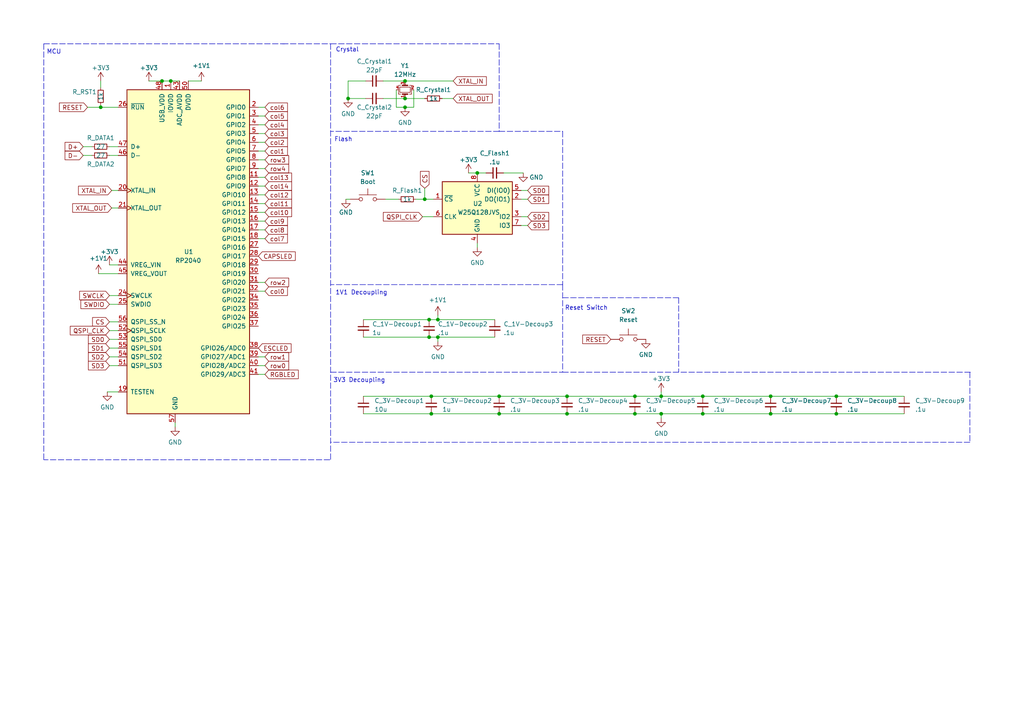
<source format=kicad_sch>
(kicad_sch (version 20211123) (generator eeschema)
  (paper "A4")
  (title_block (title "Plaket60-OG") (date "2022-07-25") (rev "1.0"))
  (lib_symbols
    (symbol "Device:C_Small" (pin_numbers hide) (pin_names (offset 0.254) hide)
      (property "Reference" "C" (at 0.254 1.778 0))
      (property "Value" "C_Small" (at 0.254 -2.032 0))
      (symbol "C_Small_0_1"
        (polyline (pts (xy -1.524 -0.508) (xy 1.524 -0.508)) (stroke (width 0.3302)))
        (polyline (pts (xy -1.524 0.508) (xy 1.524 0.508)) (stroke (width 0.3048)))
      )
      (symbol "C_Small_1_1"
        (pin passive line (at 0 2.54 270) (length 2.032) (name "~") (number "1"))
        (pin passive line (at 0 -2.54 90) (length 2.032) (name "~") (number "2"))
      )
    )
    (symbol "Device:Crystal_GND24_Small" (pin_names (offset 1.016) hide)
      (property "Reference" "Y" (at 1.27 4.445 0))
      (property "Value" "Crystal_GND24_Small" (at 1.27 2.54 0))
      (symbol "Crystal_GND24_Small_0_1"
        (rectangle (start -0.762 -1.524) (end 0.762 1.524))
        (polyline (pts (xy -1.27 -0.762) (xy -1.27 0.762)) (stroke (width 0.381)))
        (polyline (pts (xy 1.27 -0.762) (xy 1.27 0.762)) (stroke (width 0.381)))
        (polyline (pts (xy -1.27 -1.27) (xy -1.27 -1.905) (xy 1.27 -1.905) (xy 1.27 -1.27)))
        (polyline (pts (xy -1.27 1.27) (xy -1.27 1.905) (xy 1.27 1.905) (xy 1.27 1.27)))
      )
      (symbol "Crystal_GND24_Small_1_1"
        (pin passive line (at -2.54 0 0) (length 1.27) (name "1") (number "1"))
        (pin passive line (at 0 -2.54 90) (length 0.635) (name "2") (number "2"))
        (pin passive line (at 2.54 0 180) (length 1.27) (name "3") (number "3"))
        (pin passive line (at 0 2.54 270) (length 0.635) (name "4") (number "4"))
      )
    )
    (symbol "Device:R_Small" (pin_numbers hide) (pin_names (offset 0.254) hide)
      (property "Reference" "R" (at 0.762 0.508 0))
      (property "Value" "R_Small" (at 0.762 -1.016 0))
      (symbol "R_Small_0_1"
        (rectangle (start -0.762 1.778) (end 0.762 -1.778) (stroke (width 0.2032)))
      )
      (symbol "R_Small_1_1"
        (pin passive line (at 0 2.54 270) (length 0.762) (name "~") (number "1"))
        (pin passive line (at 0 -2.54 90) (length 0.762) (name "~") (number "2"))
      )
    )
    (symbol "Memory_Flash:W25Q128JVS"
      (property "Reference" "U" (at -8.89 8.89 0))
      (property "Value" "W25Q128JVS" (at 7.62 8.89 0))
      (symbol "W25Q128JVS_0_1"
        (rectangle (start -10.16 7.62) (end 10.16 -7.62) (stroke (width 0.254)) (fill (type background)))
      )
      (symbol "W25Q128JVS_1_1"
        (pin input line (at -12.7 2.54 0) (length 2.54) (name "~{CS}") (number "1"))
        (pin bidirectional line (at 12.7 2.54 180) (length 2.54) (name "DO(IO1)") (number "2"))
        (pin bidirectional line (at 12.7 -2.54 180) (length 2.54) (name "IO2") (number "3"))
        (pin power_in line (at 0 -10.16 90) (length 2.54) (name "GND") (number "4"))
        (pin bidirectional line (at 12.7 5.08 180) (length 2.54) (name "DI(IO0)") (number "5"))
        (pin input line (at -12.7 -2.54 0) (length 2.54) (name "CLK") (number "6"))
        (pin bidirectional line (at 12.7 -5.08 180) (length 2.54) (name "IO3") (number "7"))
        (pin power_in line (at 0 10.16 270) (length 2.54) (name "VCC") (number "8"))
      )
    )
    (symbol "Switch:SW_Push" (pin_numbers hide) (pin_names (offset 1.016) hide)
      (property "Reference" "SW" (at 1.27 2.54 0))
      (property "Value" "SW_Push" (at 0 -1.524 0))
      (symbol "SW_Push_0_1"
        (circle (center -2.032 0) (radius 0.508))
        (polyline (pts (xy 0 1.27) (xy 0 3.048)))
        (polyline (pts (xy 2.54 1.27) (xy -2.54 1.27)))
        (circle (center 2.032 0) (radius 0.508))
        (pin passive line (at -5.08 0 0) (length 2.54) (name "1") (number "1"))
        (pin passive line (at 5.08 0 180) (length 2.54) (name "2") (number "2"))
      )
    )
    (symbol "cipulot_parts:RP2040" (pin_names (offset 1.016))
      (property "Reference" "U" (at 8.89 51.435 0))
      (property "Value" "RP2040" (at 8.89 48.895 0))
      (symbol "RP2040_0_0"
        (rectangle (start -17.78 -45.72) (end 17.78 48.26) (stroke (width 0.254)) (fill (type background)))
      )
      (symbol "RP2040_1_1"
        (pin power_in line (at -5.08 50.8 270) (length 2.54) (name "IOVDD") (number "1"))
        (pin power_in line (at -5.08 50.8 270) (length 2.54) hide (name "IOVDD") (number "10"))
        (pin input line (at 20.32 22.86 180) (length 2.54) (name "GPIO8") (number "11"))
        (pin input line (at 20.32 20.32 180) (length 2.54) (name "GPIO9") (number "12"))
        (pin input line (at 20.32 17.78 180) (length 2.54) (name "GPIO10") (number "13"))
        (pin input line (at 20.32 15.24 180) (length 2.54) (name "GPIO11") (number "14"))
        (pin input line (at 20.32 12.7 180) (length 2.54) (name "GPIO12") (number "15"))
        (pin input line (at 20.32 10.16 180) (length 2.54) (name "GPIO13") (number "16"))
        (pin input line (at 20.32 7.62 180) (length 2.54) (name "GPIO14") (number "17"))
        (pin input line (at 20.32 5.08 180) (length 2.54) (name "GPIO15") (number "18"))
        (pin input line (at -20.32 -39.37 0) (length 2.54) (name "TESTEN") (number "19"))
        (pin input line (at 20.32 43.18 180) (length 2.54) (name "GPIO0") (number "2"))
        (pin input clock (at -20.32 19.05 0) (length 2.54) (name "XTAL_IN") (number "20"))
        (pin input clock (at -20.32 13.97 0) (length 2.54) (name "XTAL_OUT") (number "21"))
        (pin power_in line (at -5.08 50.8 270) (length 2.54) hide (name "IOVDD") (number "22"))
        (pin power_in line (at 0 50.8 270) (length 2.54) hide (name "DVDD") (number "23"))
        (pin input clock (at -20.32 -11.43 0) (length 2.54) (name "SWCLK") (number "24"))
        (pin bidirectional line (at -20.32 -13.97 0) (length 2.54) (name "SWDIO") (number "25"))
        (pin input line (at -20.32 43.18 0) (length 2.54) (name "~{RUN}") (number "26"))
        (pin input line (at 20.32 2.54 180) (length 2.54) (name "GPIO16") (number "27"))
        (pin input line (at 20.32 0 180) (length 2.54) (name "GPIO17") (number "28"))
        (pin input line (at 20.32 -2.54 180) (length 2.54) (name "GPIO18") (number "29"))
        (pin input line (at 20.32 40.64 180) (length 2.54) (name "GPIO1") (number "3"))
        (pin input line (at 20.32 -5.08 180) (length 2.54) (name "GPIO19") (number "30"))
        (pin input line (at 20.32 -7.62 180) (length 2.54) (name "GPIO20") (number "31"))
        (pin input line (at 20.32 -10.16 180) (length 2.54) (name "GPIO21") (number "32"))
        (pin power_in line (at -5.08 50.8 270) (length 2.54) hide (name "IOVDD") (number "33"))
        (pin input line (at 20.32 -12.7 180) (length 2.54) (name "GPIO22") (number "34"))
        (pin input line (at 20.32 -15.24 180) (length 2.54) (name "GPIO23") (number "35"))
        (pin input line (at 20.32 -17.78 180) (length 2.54) (name "GPIO24") (number "36"))
        (pin input line (at 20.32 -20.32 180) (length 2.54) (name "GPIO25") (number "37"))
        (pin input line (at 20.32 -26.67 180) (length 2.54) (name "GPIO26/ADC0") (number "38"))
        (pin input line (at 20.32 -29.21 180) (length 2.54) (name "GPIO27/ADC1") (number "39"))
        (pin input line (at 20.32 38.1 180) (length 2.54) (name "GPIO2") (number "4"))
        (pin input line (at 20.32 -31.75 180) (length 2.54) (name "GPIO28/ADC2") (number "40"))
        (pin input line (at 20.32 -34.29 180) (length 2.54) (name "GPIO29/ADC3") (number "41"))
        (pin power_in line (at -5.08 50.8 270) (length 2.54) hide (name "IOVDD") (number "42"))
        (pin power_in line (at -2.54 50.8 270) (length 2.54) (name "ADC_AVDD") (number "43"))
        (pin power_in line (at -20.32 -2.54 0) (length 2.54) (name "VREG_VIN") (number "44"))
        (pin power_out line (at -20.32 -5.08 0) (length 2.54) (name "VREG_VOUT") (number "45"))
        (pin bidirectional line (at -20.32 29.21 0) (length 2.54) (name "D-") (number "46"))
        (pin bidirectional line (at -20.32 31.75 0) (length 2.54) (name "D+") (number "47"))
        (pin power_in line (at -7.62 50.8 270) (length 2.54) (name "USB_VDD") (number "48"))
        (pin power_in line (at -5.08 50.8 270) (length 2.54) hide (name "IOVDD") (number "49"))
        (pin input line (at 20.32 35.56 180) (length 2.54) (name "GPIO3") (number "5"))
        (pin power_in line (at 0 50.8 270) (length 2.54) (name "DVDD") (number "50"))
        (pin bidirectional line (at -20.32 -31.75 0) (length 2.54) (name "QSPI_SD3") (number "51"))
        (pin input clock (at -20.32 -21.59 0) (length 2.54) (name "QSPI_SCLK") (number "52"))
        (pin bidirectional line (at -20.32 -24.13 0) (length 2.54) (name "QSPI_SD0") (number "53"))
        (pin bidirectional line (at -20.32 -29.21 0) (length 2.54) (name "QSPI_SD2") (number "54"))
        (pin bidirectional line (at -20.32 -26.67 0) (length 2.54) (name "QSPI_SD1") (number "55"))
        (pin bidirectional line (at -20.32 -19.05 0) (length 2.54) (name "QSPI_SS_N") (number "56"))
        (pin power_in line (at -3.81 -48.26 90) (length 2.54) (name "GND") (number "57"))
        (pin input line (at 20.32 33.02 180) (length 2.54) (name "GPIO4") (number "6"))
        (pin input line (at 20.32 30.48 180) (length 2.54) (name "GPIO5") (number "7"))
        (pin input line (at 20.32 27.94 180) (length 2.54) (name "GPIO6") (number "8"))
        (pin input line (at 20.32 25.4 180) (length 2.54) (name "GPIO7") (number "9"))
      )
    )
    (symbol "power:+1V1" (power) (pin_names (offset 0))
      (property "Value" "+1V1" (at 0 3.556 0))
      (symbol "+1V1_0_1"
        (polyline (pts (xy -0.762 1.27) (xy 0 2.54)))
        (polyline (pts (xy 0 0) (xy 0 2.54)))
        (polyline (pts (xy 0 2.54) (xy 0.762 1.27)))
      )
      (symbol "+1V1_1_1"
        (pin power_in line (at 0 0 90) (length 0) hide (name "+1V1") (number "1"))
      )
    )
    (symbol "power:+3V3" (power) (pin_names (offset 0))
      (property "Value" "+3V3" (at 0 3.556 0))
      (symbol "+3V3_0_1"
        (polyline (pts (xy -0.762 1.27) (xy 0 2.54)))
        (polyline (pts (xy 0 0) (xy 0 2.54)))
        (polyline (pts (xy 0 2.54) (xy 0.762 1.27)))
      )
      (symbol "+3V3_1_1"
        (pin power_in line (at 0 0 90) (length 0) hide (name "+3V3") (number "1"))
      )
    )
    (symbol "power:GND" (power) (pin_names (offset 0))
      (property "Value" "GND" (at 0 -3.81 0))
      (symbol "GND_0_1"
        (polyline (pts (xy 0 0) (xy 0 -1.27) (xy 1.27 -1.27) (xy 0 -2.54) (xy -1.27 -1.27) (xy 0 -1.27)))
      )
      (symbol "GND_1_1"
        (pin power_in line (at 0 0 270) (length 0) hide (name "GND") (number "1"))
      )
    )
  )
  (junction (at 223.52 120.015))
  (junction (at 144.78 114.935))
  (junction (at 184.15 114.935))
  (junction (at 138.43 50.165))
  (junction (at 117.475 28.575))
  (junction (at 203.835 114.935))
  (junction (at 49.53 23.495))
  (junction (at 164.465 120.015))
  (junction (at 127 92.71))
  (junction (at 127 97.79))
  (junction (at 117.475 31.115))
  (junction (at 29.21 31.115))
  (junction (at 164.465 114.935))
  (junction (at 191.77 120.015))
  (junction (at 125.095 120.015))
  (junction (at 124.46 97.79))
  (junction (at 125.095 114.935))
  (junction (at 144.78 120.015))
  (junction (at 242.57 114.935))
  (junction (at 191.77 114.935))
  (junction (at 203.835 120.015))
  (junction (at 46.99 23.495))
  (junction (at 124.46 92.71))
  (junction (at 223.52 114.935))
  (junction (at 123.19 57.785))
  (junction (at 100.965 28.575))
  (junction (at 242.57 120.015))
  (junction (at 184.15 120.015))
  (junction (at 117.475 23.495))
  (polyline (pts (xy 163.195 107.95) (xy 281.94 107.95)))
  (wire (pts (xy 31.75 85.725) (xy 34.29 85.725)))
  (wire (pts (xy 111.125 28.575) (xy 117.475 28.575)))
  (wire (pts (xy 125.095 114.935) (xy 144.78 114.935)))
  (wire (pts (xy 122.555 62.865) (xy 125.73 62.865)))
  (wire (pts (xy 31.75 88.265) (xy 34.29 88.265)))
  (wire (pts (xy 127 97.79) (xy 143.51 97.79)))
  (wire (pts (xy 29.21 31.115) (xy 34.29 31.115)))
  (wire (pts (xy 242.57 120.015) (xy 262.255 120.015)))
  (wire (pts (xy 111.125 23.495) (xy 117.475 23.495)))
  (wire (pts (xy 74.93 53.975) (xy 76.835 53.975)))
  (wire (pts (xy 151.13 55.245) (xy 153.035 55.245)))
  (wire (pts (xy 74.93 64.135) (xy 76.835 64.135)))
  (wire (pts (xy 31.75 103.505) (xy 34.29 103.505)))
  (wire (pts (xy 191.77 114.935) (xy 203.835 114.935)))
  (wire (pts (xy 120.015 31.115) (xy 117.475 31.115)))
  (wire (pts (xy 28.575 79.375) (xy 34.29 79.375)))
  (wire (pts (xy 138.43 50.165) (xy 140.97 50.165)))
  (wire (pts (xy 31.75 42.545) (xy 34.29 42.545)))
  (wire (pts (xy 43.18 23.495) (xy 46.99 23.495)))
  (wire (pts (xy 31.75 100.965) (xy 34.29 100.965)))
  (wire (pts (xy 105.41 120.015) (xy 125.095 120.015)))
  (polyline (pts (xy 144.78 12.7) (xy 144.78 38.1)))
  (wire (pts (xy 100.965 28.575) (xy 100.965 23.495)))
  (polyline (pts (xy 144.78 38.1) (xy 95.885 38.1)))
  (wire (pts (xy 24.13 42.545) (xy 26.67 42.545)))
  (wire (pts (xy 32.385 60.325) (xy 34.29 60.325)))
  (wire (pts (xy 127 92.71) (xy 143.51 92.71)))
  (wire (pts (xy 74.93 41.275) (xy 76.835 41.275)))
  (wire (pts (xy 74.93 59.055) (xy 76.835 59.055)))
  (wire (pts (xy 74.93 43.815) (xy 76.835 43.815)))
  (wire (pts (xy 74.93 84.455) (xy 76.835 84.455)))
  (wire (pts (xy 74.93 81.915) (xy 76.835 81.915)))
  (wire (pts (xy 50.8 122.555) (xy 50.8 123.825)))
  (polyline (pts (xy 163.195 38.1) (xy 163.195 82.55)))
  (polyline (pts (xy 163.195 86.36) (xy 196.85 86.36)))
  (wire (pts (xy 49.53 23.495) (xy 52.07 23.495)))
  (wire (pts (xy 203.835 114.935) (xy 223.52 114.935)))
  (wire (pts (xy 46.99 23.495) (xy 49.53 23.495)))
  (wire (pts (xy 29.21 23.495) (xy 29.21 25.4)))
  (polyline (pts (xy 82.55 133.35) (xy 12.7 133.35)))
  (wire (pts (xy 74.93 51.435) (xy 76.835 51.435)))
  (wire (pts (xy 125.095 120.015) (xy 144.78 120.015)))
  (wire (pts (xy 32.385 55.245) (xy 34.29 55.245)))
  (polyline (pts (xy 163.195 82.55) (xy 163.195 107.95)))
  (wire (pts (xy 135.89 50.165) (xy 138.43 50.165)))
  (wire (pts (xy 74.93 103.505) (xy 76.835 103.505)))
  (wire (pts (xy 31.75 98.425) (xy 34.29 98.425)))
  (wire (pts (xy 111.76 57.785) (xy 115.57 57.785)))
  (wire (pts (xy 24.13 45.085) (xy 26.67 45.085)))
  (wire (pts (xy 164.465 120.015) (xy 184.15 120.015)))
  (wire (pts (xy 105.41 114.935) (xy 125.095 114.935)))
  (wire (pts (xy 74.93 48.895) (xy 76.835 48.895)))
  (wire (pts (xy 144.78 120.015) (xy 164.465 120.015)))
  (wire (pts (xy 100.33 57.785) (xy 101.6 57.785)))
  (wire (pts (xy 74.93 31.115) (xy 76.835 31.115)))
  (wire (pts (xy 31.75 45.085) (xy 34.29 45.085)))
  (wire (pts (xy 31.75 106.045) (xy 34.29 106.045)))
  (wire (pts (xy 100.965 23.495) (xy 106.045 23.495)))
  (wire (pts (xy 138.43 70.485) (xy 138.43 71.755)))
  (wire (pts (xy 74.93 36.195) (xy 76.835 36.195)))
  (wire (pts (xy 74.93 33.655) (xy 76.835 33.655)))
  (wire (pts (xy 151.13 57.785) (xy 153.035 57.785)))
  (wire (pts (xy 191.77 120.015) (xy 203.835 120.015)))
  (wire (pts (xy 184.15 120.015) (xy 191.77 120.015)))
  (polyline (pts (xy 82.55 133.35) (xy 95.885 133.35)))
  (polyline (pts (xy 163.195 82.55) (xy 95.885 82.55)))
  (wire (pts (xy 128.27 28.575) (xy 131.445 28.575)))
  (wire (pts (xy 127 91.44) (xy 127 92.71)))
  (wire (pts (xy 123.19 54.61) (xy 123.19 57.785)))
  (wire (pts (xy 127 97.79) (xy 127 99.06)))
  (polyline (pts (xy 144.78 38.1) (xy 163.195 38.1)))
  (polyline (pts (xy 12.7 12.7) (xy 12.7 133.35)))
  (wire (pts (xy 151.13 62.865) (xy 153.035 62.865)))
  (wire (pts (xy 74.93 38.735) (xy 76.835 38.735)))
  (wire (pts (xy 74.93 61.595) (xy 76.835 61.595)))
  (wire (pts (xy 117.475 23.495) (xy 131.445 23.495)))
  (wire (pts (xy 74.93 56.515) (xy 76.835 56.515)))
  (wire (pts (xy 191.77 113.665) (xy 191.77 114.935)))
  (wire (pts (xy 31.75 95.885) (xy 34.29 95.885)))
  (wire (pts (xy 123.19 57.785) (xy 125.73 57.785)))
  (wire (pts (xy 124.46 92.71) (xy 127 92.71)))
  (polyline (pts (xy 196.85 86.36) (xy 196.85 107.95)))
  (polyline (pts (xy 95.885 12.7) (xy 95.885 133.35)))
  (wire (pts (xy 242.57 114.935) (xy 262.255 114.935)))
  (wire (pts (xy 151.13 65.405) (xy 153.035 65.405)))
  (polyline (pts (xy 81.915 12.7) (xy 95.885 12.7)))
  (wire (pts (xy 223.52 114.935) (xy 242.57 114.935)))
  (wire (pts (xy 29.21 30.48) (xy 29.21 31.115)))
  (wire (pts (xy 25.4 31.115) (xy 29.21 31.115)))
  (wire (pts (xy 144.78 114.935) (xy 164.465 114.935)))
  (polyline (pts (xy 12.7 12.7) (xy 82.55 12.7)))
  (wire (pts (xy 31.75 76.835) (xy 34.29 76.835)))
  (wire (pts (xy 164.465 114.935) (xy 184.15 114.935)))
  (wire (pts (xy 105.41 97.79) (xy 124.46 97.79)))
  (wire (pts (xy 105.41 92.71) (xy 124.46 92.71)))
  (wire (pts (xy 117.475 28.575) (xy 123.19 28.575)))
  (wire (pts (xy 100.965 28.575) (xy 106.045 28.575)))
  (wire (pts (xy 31.75 93.345) (xy 34.29 93.345)))
  (wire (pts (xy 120.65 57.785) (xy 123.19 57.785)))
  (polyline (pts (xy 281.305 107.95) (xy 281.305 128.27)))
  (wire (pts (xy 203.835 120.015) (xy 223.52 120.015)))
  (wire (pts (xy 74.93 46.355) (xy 76.835 46.355)))
  (wire (pts (xy 223.52 120.015) (xy 242.57 120.015)))
  (polyline (pts (xy 281.305 128.27) (xy 95.885 128.27)))
  (wire (pts (xy 114.935 26.035) (xy 114.935 31.115)))
  (wire (pts (xy 120.015 26.035) (xy 120.015 31.115)))
  (wire (pts (xy 74.93 66.675) (xy 76.835 66.675)))
  (wire (pts (xy 54.61 23.495) (xy 58.42 23.495)))
  (wire (pts (xy 74.93 69.215) (xy 76.835 69.215)))
  (wire (pts (xy 184.15 114.935) (xy 191.77 114.935)))
  (wire (pts (xy 74.93 106.045) (xy 76.835 106.045)))
  (wire (pts (xy 31.115 113.665) (xy 34.29 113.665)))
  (wire (pts (xy 74.93 108.585) (xy 76.835 108.585)))
  (wire (pts (xy 191.77 121.285) (xy 191.77 120.015)))
  (wire (pts (xy 124.46 97.79) (xy 127 97.79)))
  (wire (pts (xy 114.935 31.115) (xy 117.475 31.115)))
  (polyline (pts (xy 95.885 12.7) (xy 144.78 12.7)))
  (wire (pts (xy 146.05 50.165) (xy 151.765 50.165)))
  (polyline (pts (xy 95.885 107.95) (xy 163.195 107.95)))
  (text "Reset Switch" (at 163.83 90.17 0) (effects (font (size 1.27 1.27)) (justify left bottom)))
  (text "Flash\n" (at 102.235 41.275 180) (effects (font (size 1.27 1.27)) (justify right bottom)))
  (text "MCU\n" (at 17.78 15.875 180) (effects (font (size 1.27 1.27)) (justify right bottom)))
  (text "Crystal\n" (at 104.14 15.24 180) (effects (font (size 1.27 1.27)) (justify right bottom)))
  (text "3V3 Decoupling" (at 111.76 111.125 180) (effects (font (size 1.27 1.27)) (justify right bottom)))
  (text "1V1 Decoupling" (at 112.395 85.725 180) (effects (font (size 1.27 1.27)) (justify right bottom)))
  (global_label "col7" (shape input) (at 76.835 69.215 0) (property "Intersheet References" "${INTERSHEET_REFS}" (effects hide)))
  (global_label "col14" (shape input) (at 76.835 53.975 0) (property "Intersheet References" "${INTERSHEET_REFS}" (effects hide)))
  (global_label "XTAL_OUT" (shape input) (at 32.385 60.325 180) (property "Intersheet References" "${INTERSHEET_REFS}" (effects hide)))
  (global_label "col8" (shape input) (at 76.835 66.675 0) (property "Intersheet References" "${INTERSHEET_REFS}" (effects hide)))
  (global_label "col0" (shape input) (at 76.835 84.455 0) (property "Intersheet References" "${INTERSHEET_REFS}" (effects hide)))
  (global_label "ESCLED" (shape input) (at 74.93 100.965 0) (property "Intersheet References" "${INTERSHEET_REFS}" (effects hide)))
  (global_label "col6" (shape input) (at 76.835 31.115 0) (property "Intersheet References" "${INTERSHEET_REFS}" (effects hide)))
  (global_label "SWCLK" (shape input) (at 31.75 85.725 180) (property "Intersheet References" "${INTERSHEET_REFS}" (effects hide)))
  (global_label "col1" (shape input) (at 76.835 43.815 0) (property "Intersheet References" "${INTERSHEET_REFS}" (effects hide)))
  (global_label "SD1" (shape input) (at 153.035 57.785 0) (property "Intersheet References" "${INTERSHEET_REFS}" (effects hide)))
  (global_label "SD3" (shape input) (at 153.035 65.405 0) (property "Intersheet References" "${INTERSHEET_REFS}" (effects hide)))
  (global_label "row2" (shape input) (at 76.835 81.915 0) (property "Intersheet References" "${INTERSHEET_REFS}" (effects hide)))
  (global_label "D-" (shape input) (at 24.13 45.085 180) (property "Intersheet References" "${INTERSHEET_REFS}" (effects hide)))
  (global_label "XTAL_IN" (shape input) (at 131.445 23.495 0) (property "Intersheet References" "${INTERSHEET_REFS}" (effects hide)))
  (global_label "SD2" (shape input) (at 153.035 62.865 0) (property "Intersheet References" "${INTERSHEET_REFS}" (effects hide)))
  (global_label "col13" (shape input) (at 76.835 51.435 0) (property "Intersheet References" "${INTERSHEET_REFS}" (effects hide)))
  (global_label "D+" (shape input) (at 24.13 42.545 180) (property "Intersheet References" "${INTERSHEET_REFS}" (effects hide)))
  (global_label "SD0" (shape input) (at 31.75 98.425 180) (property "Intersheet References" "${INTERSHEET_REFS}" (effects hide)))
  (global_label "QSPI_CLK" (shape input) (at 122.555 62.865 180) (property "Intersheet References" "${INTERSHEET_REFS}" (effects hide)))
  (global_label "SWDIO" (shape input) (at 31.75 88.265 180) (property "Intersheet References" "${INTERSHEET_REFS}" (effects hide)))
  (global_label "row4" (shape input) (at 76.835 48.895 0) (property "Intersheet References" "${INTERSHEET_REFS}" (effects hide)))
  (global_label "col2" (shape input) (at 76.835 41.275 0) (property "Intersheet References" "${INTERSHEET_REFS}" (effects hide)))
  (global_label "row0" (shape input) (at 76.835 106.045 0) (property "Intersheet References" "${INTERSHEET_REFS}" (effects hide)))
  (global_label "row3" (shape input) (at 76.835 46.355 0) (property "Intersheet References" "${INTERSHEET_REFS}" (effects hide)))
  (global_label "QSPI_CLK" (shape input) (at 31.75 95.885 180) (property "Intersheet References" "${INTERSHEET_REFS}" (effects hide)))
  (global_label "row1" (shape input) (at 76.835 103.505 0) (property "Intersheet References" "${INTERSHEET_REFS}" (effects hide)))
  (global_label "SD0" (shape input) (at 153.035 55.245 0) (property "Intersheet References" "${INTERSHEET_REFS}" (effects hide)))
  (global_label "col10" (shape input) (at 76.835 61.595 0) (property "Intersheet References" "${INTERSHEET_REFS}" (effects hide)))
  (global_label "RESET" (shape input) (at 177.165 98.425 180) (property "Intersheet References" "${INTERSHEET_REFS}" (effects hide)))
  (global_label "col3" (shape input) (at 76.835 38.735 0) (property "Intersheet References" "${INTERSHEET_REFS}" (effects hide)))
  (global_label "col12" (shape input) (at 76.835 56.515 0) (property "Intersheet References" "${INTERSHEET_REFS}" (effects hide)))
  (global_label "XTAL_IN" (shape input) (at 32.385 55.245 180) (property "Intersheet References" "${INTERSHEET_REFS}" (effects hide)))
  (global_label "col9" (shape input) (at 76.835 64.135 0) (property "Intersheet References" "${INTERSHEET_REFS}" (effects hide)))
  (global_label "CS" (shape input) (at 123.19 54.61 90) (property "Intersheet References" "${INTERSHEET_REFS}" (effects hide)))
  (global_label "SD3" (shape input) (at 31.75 106.045 180) (property "Intersheet References" "${INTERSHEET_REFS}" (effects hide)))
  (global_label "CAPSLED" (shape input) (at 74.93 74.295 0) (property "Intersheet References" "${INTERSHEET_REFS}" (effects hide)))
  (global_label "RESET" (shape input) (at 25.4 31.115 180) (property "Intersheet References" "${INTERSHEET_REFS}" (effects hide)))
  (global_label "XTAL_OUT" (shape input) (at 131.445 28.575 0) (property "Intersheet References" "${INTERSHEET_REFS}" (effects hide)))
  (global_label "RGBLED" (shape input) (at 76.835 108.585 0) (property "Intersheet References" "${INTERSHEET_REFS}" (effects hide)))
  (global_label "SD1" (shape input) (at 31.75 100.965 180) (property "Intersheet References" "${INTERSHEET_REFS}" (effects hide)))
  (global_label "CS" (shape input) (at 31.75 93.345 180) (property "Intersheet References" "${INTERSHEET_REFS}" (effects hide)))
  (global_label "col4" (shape input) (at 76.835 36.195 0) (property "Intersheet References" "${INTERSHEET_REFS}" (effects hide)))
  (global_label "col11" (shape input) (at 76.835 59.055 0) (property "Intersheet References" "${INTERSHEET_REFS}" (effects hide)))
  (global_label "SD2" (shape input) (at 31.75 103.505 180) (property "Intersheet References" "${INTERSHEET_REFS}" (effects hide)))
  (global_label "col5" (shape input) (at 76.835 33.655 0) (property "Intersheet References" "${INTERSHEET_REFS}" (effects hide)))
  (symbol (lib_id "Device:R_Small") (at 118.11 57.785 90) (unit 1)
    (property "Reference" "R_Flash1" (at 118.11 55.245 90))
    (property "Value" "1k" (at 118.11 57.785 90))
    (property "Footprint" "Resistor_SMD:R_0402_1005Metric" (effects hide))
  )
  (symbol (lib_id "power:+3V3") (at 191.77 113.665 0) (unit 1)
    (property "Reference" "#PWR0118" (effects hide))
    (property "Value" "+3V3" (at 191.77 109.855 0))
  )
  (symbol (lib_id "power:GND") (at 117.475 31.115 0) (unit 1)
    (property "Reference" "#PWR0109" (effects hide))
    (property "Value" "GND" (at 117.475 35.56 0))
  )
  (symbol (lib_id "power:GND") (at 50.8 123.825 0) (unit 1)
    (property "Reference" "#PWR0105" (effects hide))
    (property "Value" "GND" (at 50.8 128.27 0))
  )
  (symbol (lib_id "Device:C_Small") (at 184.15 117.475 0) (unit 1)
    (property "Reference" "C_3V-Decoup5" (at 187.325 116.2112 0) (effects (justify left)))
    (property "Value" ".1u" (at 187.325 118.7512 0) (effects (justify left)))
    (property "Footprint" "Capacitor_SMD:C_0402_1005Metric" (effects hide))
  )
  (symbol (lib_id "Device:Crystal_GND24_Small") (at 117.475 26.035 90) (unit 1)
    (property "Reference" "Y1" (at 117.475 19.05 90))
    (property "Value" "12MHz" (at 117.475 21.59 90))
    (property "Footprint" "Crystal:Crystal_SMD_3225-4Pin_3.2x2.5mm" (effects hide))
  )
  (symbol (lib_id "Device:C_Small") (at 124.46 95.25 0) (unit 1)
    (property "Reference" "C_1V-Decoup2" (at 127 93.9862 0) (effects (justify left)))
    (property "Value" ".1u" (at 127 96.5262 0) (effects (justify left)))
    (property "Footprint" "Capacitor_SMD:C_0402_1005Metric" (effects hide))
  )
  (symbol (lib_id "power:GND") (at 187.325 98.425 0) (unit 1)
    (property "Reference" "#PWR0146" (effects hide))
    (property "Value" "GND" (at 187.325 102.87 0))
  )
  (symbol (lib_id "power:GND") (at 191.77 121.285 0) (unit 1)
    (property "Reference" "#PWR0117" (effects hide))
    (property "Value" "GND" (at 191.77 125.73 0))
  )
  (symbol (lib_id "power:GND") (at 151.765 50.165 0) (unit 1)
    (property "Reference" "#PWR0113" (effects hide))
    (property "Value" "GND" (at 155.575 51.435 0))
  )
  (symbol (lib_id "power:+3V3") (at 43.18 23.495 0) (unit 1)
    (property "Reference" "#PWR0106" (effects hide))
    (property "Value" "+3V3" (at 43.18 19.685 0))
  )
  (symbol (lib_id "Memory_Flash:W25Q128JVS") (at 138.43 60.325 0) (unit 1)
    (property "Reference" "U2" (at 137.16 59.055 0) (effects (justify left)))
    (property "Value" "W25Q128JVS" (at 132.715 61.595 0) (effects (justify left)))
    (property "Footprint" "Package_SO:SOIC-8_5.23x5.23mm_P1.27mm" (effects hide))
    (property "Datasheet" "http://www.winbond.com/resource-files/w25q128jv_dtr%20revc%2003272018%20plus.pdf" (effects hide))
  )
  (symbol (lib_id "Device:R_Small") (at 29.21 27.94 0) (unit 1)
    (property "Reference" "R_RST1" (at 20.955 26.67 0) (effects (justify left)))
    (property "Value" "1k" (at 29.21 29.21 90) (effects (justify left)))
    (property "Footprint" "Resistor_SMD:R_0402_1005Metric" (effects hide))
  )
  (symbol (lib_id "power:+1V1") (at 28.575 79.375 0) (unit 1)
    (property "Reference" "#PWR0103" (effects hide))
    (property "Value" "+1V1" (at 28.575 74.93 0))
  )
  (symbol (lib_id "Device:R_Small") (at 29.21 45.085 90) (unit 1)
    (property "Reference" "R_DATA2" (at 29.21 47.625 90))
    (property "Value" "27" (at 29.21 45.085 90))
    (property "Footprint" "Resistor_SMD:R_0402_1005Metric" (effects hide))
  )
  (symbol (lib_id "Device:C_Small") (at 108.585 23.495 90) (unit 1)
    (property "Reference" "C_Crystal1" (at 108.585 17.78 90))
    (property "Value" "22pF" (at 108.585 20.32 90))
    (property "Footprint" "Capacitor_SMD:C_0402_1005Metric" (effects hide))
  )
  (symbol (lib_id "Device:C_Small") (at 242.57 117.475 0) (unit 1)
    (property "Reference" "C_3V-Decoup8" (at 245.745 116.2112 0) (effects (justify left)))
    (property "Value" ".1u" (at 245.745 118.7512 0) (effects (justify left)))
    (property "Footprint" "Capacitor_SMD:C_0402_1005Metric" (effects hide))
  )
  (symbol (lib_id "power:GND") (at 31.115 113.665 0) (unit 1)
    (property "Reference" "#PWR0104" (effects hide))
    (property "Value" "GND" (at 31.115 118.11 0))
  )
  (symbol (lib_id "Device:R_Small") (at 125.73 28.575 90) (unit 1)
    (property "Reference" "R_Crystal1" (at 125.73 26.035 90))
    (property "Value" "1k" (at 125.73 28.575 90))
    (property "Footprint" "Resistor_SMD:R_0402_1005Metric" (effects hide))
  )
  (symbol (lib_id "Device:C_Small") (at 105.41 95.25 0) (unit 1)
    (property "Reference" "C_1V-Decoup1" (at 107.95 93.9862 0) (effects (justify left)))
    (property "Value" "1u" (at 107.95 96.5262 0) (effects (justify left)))
    (property "Footprint" "Capacitor_SMD:C_0402_1005Metric" (effects hide))
  )
  (symbol (lib_id "power:GND") (at 100.965 28.575 0) (unit 1)
    (property "Reference" "#PWR0110" (effects hide))
    (property "Value" "GND" (at 100.965 33.02 0))
  )
  (symbol (lib_id "Switch:SW_Push") (at 182.245 98.425 0) (unit 1)
    (property "Reference" "SW2" (at 182.245 90.17 0))
    (property "Value" "Reset" (at 182.245 92.71 0))
    (property "Footprint" "Button_Switch_SMD:SW_SPST_TL3342" (effects hide))
  )
  (symbol (lib_id "power:+3V3") (at 31.75 76.835 0) (unit 1)
    (property "Reference" "#PWR0102" (effects hide))
    (property "Value" "+3V3" (at 31.75 73.025 0))
  )
  (symbol (lib_id "power:GND") (at 100.33 57.785 0) (unit 1)
    (property "Reference" "#PWR0111" (effects hide))
    (property "Value" "GND" (at 100.33 61.595 0))
  )
  (symbol (lib_id "Device:C_Small") (at 164.465 117.475 0) (unit 1)
    (property "Reference" "C_3V-Decoup4" (at 167.64 116.2112 0) (effects (justify left)))
    (property "Value" ".1u" (at 167.64 118.7512 0) (effects (justify left)))
    (property "Footprint" "Capacitor_SMD:C_0402_1005Metric" (effects hide))
  )
  (symbol (lib_id "Device:C_Small") (at 125.095 117.475 0) (unit 1)
    (property "Reference" "C_3V-Decoup2" (at 128.27 116.2112 0) (effects (justify left)))
    (property "Value" "1u" (at 128.27 118.7512 0) (effects (justify left)))
    (property "Footprint" "Capacitor_SMD:C_0402_1005Metric" (effects hide))
  )
  (symbol (lib_id "Device:R_Small") (at 29.21 42.545 90) (unit 1)
    (property "Reference" "R_DATA1" (at 29.21 40.005 90))
    (property "Value" "27" (at 29.21 42.545 90))
    (property "Footprint" "Resistor_SMD:R_0402_1005Metric" (effects hide))
  )
  (symbol (lib_id "power:GND") (at 127 99.06 0) (unit 1)
    (property "Reference" "#PWR0116" (effects hide))
    (property "Value" "GND" (at 127 103.505 0))
  )
  (symbol (lib_id "Switch:SW_Push") (at 106.68 57.785 0) (unit 1)
    (property "Reference" "SW1" (at 106.68 50.165 0))
    (property "Value" "Boot" (at 106.68 52.705 0))
    (property "Footprint" "Button_Switch_SMD:SW_SPST_TL3342" (effects hide))
  )
  (symbol (lib_id "Device:C_Small") (at 143.51 95.25 0) (unit 1)
    (property "Reference" "C_1V-Decoup3" (at 146.05 93.9862 0) (effects (justify left)))
    (property "Value" ".1u" (at 146.05 96.5262 0) (effects (justify left)))
    (property "Footprint" "Capacitor_SMD:C_0402_1005Metric" (effects hide))
  )
  (symbol (lib_id "power:+3V3") (at 29.21 23.495 0) (unit 1)
    (property "Reference" "#PWR0107" (effects hide))
    (property "Value" "+3V3" (at 29.21 19.685 0))
  )
  (symbol (lib_id "power:GND") (at 138.43 71.755 0) (unit 1)
    (property "Reference" "#PWR0112" (effects hide))
    (property "Value" "GND" (at 138.43 76.2 0))
  )
  (symbol (lib_id "power:+1V1") (at 58.42 23.495 0) (unit 1)
    (property "Reference" "#PWR0108" (effects hide))
    (property "Value" "+1V1" (at 58.42 19.05 0))
  )
  (symbol (lib_id "Device:C_Small") (at 223.52 117.475 0) (unit 1)
    (property "Reference" "C_3V-Decoup7" (at 226.695 116.2112 0) (effects (justify left)))
    (property "Value" ".1u" (at 226.695 118.7512 0) (effects (justify left)))
    (property "Footprint" "Capacitor_SMD:C_0402_1005Metric" (effects hide))
  )
  (symbol (lib_id "Device:C_Small") (at 262.255 117.475 0) (unit 1)
    (property "Reference" "C_3V-Decoup9" (at 265.43 116.2112 0) (effects (justify left)))
    (property "Value" ".1u" (at 265.43 118.7512 0) (effects (justify left)))
    (property "Footprint" "Capacitor_SMD:C_0402_1005Metric" (effects hide))
  )
  (symbol (lib_id "Device:C_Small") (at 203.835 117.475 0) (unit 1)
    (property "Reference" "C_3V-Decoup6" (at 207.01 116.2112 0) (effects (justify left)))
    (property "Value" ".1u" (at 207.01 118.7512 0) (effects (justify left)))
    (property "Footprint" "Capacitor_SMD:C_0402_1005Metric" (effects hide))
  )
  (symbol (lib_id "Device:C_Small") (at 144.78 117.475 0) (unit 1)
    (property "Reference" "C_3V-Decoup3" (at 147.955 116.2112 0) (effects (justify left)))
    (property "Value" ".1u" (at 147.955 118.7512 0) (effects (justify left)))
    (property "Footprint" "Capacitor_SMD:C_0402_1005Metric" (effects hide))
  )
  (symbol (lib_id "Device:C_Small") (at 105.41 117.475 0) (unit 1)
    (property "Reference" "C_3V-Decoup1" (at 108.585 116.2112 0) (effects (justify left)))
    (property "Value" "10u" (at 108.585 118.7512 0) (effects (justify left)))
    (property "Footprint" "Capacitor_SMD:C_0402_1005Metric" (effects hide))
  )
  (symbol (lib_id "power:+3V3") (at 135.89 50.165 0) (unit 1)
    (property "Reference" "#PWR0114" (effects hide))
    (property "Value" "+3V3" (at 135.89 46.355 0))
  )
  (symbol (lib_id "Device:C_Small") (at 143.51 50.165 90) (unit 1)
    (property "Reference" "C_Flash1" (at 143.51 44.45 90))
    (property "Value" ".1u" (at 143.51 46.99 90))
    (property "Footprint" "Capacitor_SMD:C_0402_1005Metric" (effects hide))
  )
  (symbol (lib_id "Device:C_Small") (at 108.585 28.575 90) (unit 1)
    (property "Reference" "C_Crystal2" (at 108.585 31.115 90))
    (property "Value" "22pF" (at 108.585 33.655 90))
    (property "Footprint" "Capacitor_SMD:C_0402_1005Metric" (effects hide))
  )
  (symbol (lib_id "power:+1V1") (at 127 91.44 0) (unit 1)
    (property "Reference" "#PWR0115" (effects hide))
    (property "Value" "+1V1" (at 127 86.995 0))
  )
  (symbol (lib_id "cipulot_parts:RP2040") (at 54.61 74.295 0) (unit 1)
    (property "Reference" "U1" (at 53.34 73.025 0) (effects (justify left)))
    (property "Value" "RP2040" (at 50.8 75.565 0) (effects (justify left)))
    (property "Footprint" "cipulot_parts:RP2040-QFN-56" (effects hide))
    (property "Datasheet" "https://datasheets.raspberrypi.com/rp2040/rp2040-datasheet.pdf" (effects hide))
  )
)
</source>
